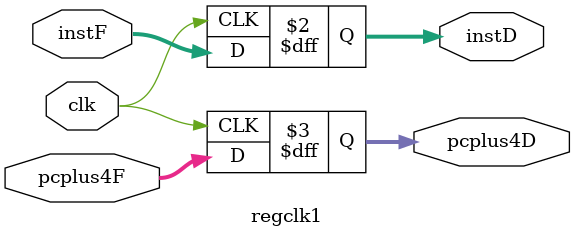
<source format=sv>
module regclk1 (input logic clk, input logic [31:0] instF, pcplus4F,
				output logic [31:0] instD, pcplus4D);
		
	always_ff @(posedge clk)
	begin
		instD <= instF;
		pcplus4D <= pcplus4F;
	end
		
endmodule
</source>
